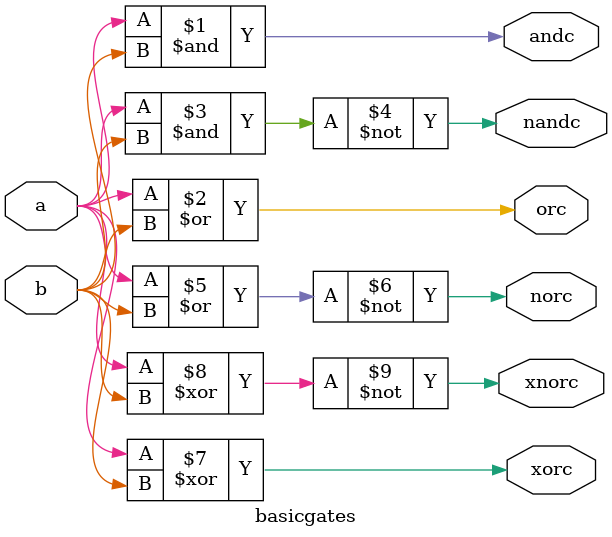
<source format=v>
module basicgates(a,b,andc,orc,nandc,norc,xorc,xnorc);
  input a,b;
  output andc,orc,nandc,norc,xorc,xnorc;
  and(andc,a,b);
  or(orc,a,b);
  nand(nandc,a,b);
  nor(norc,a,b);
  xor(xorc,a,b);
  xnor(xnorc,a,b);
endmodule

</source>
